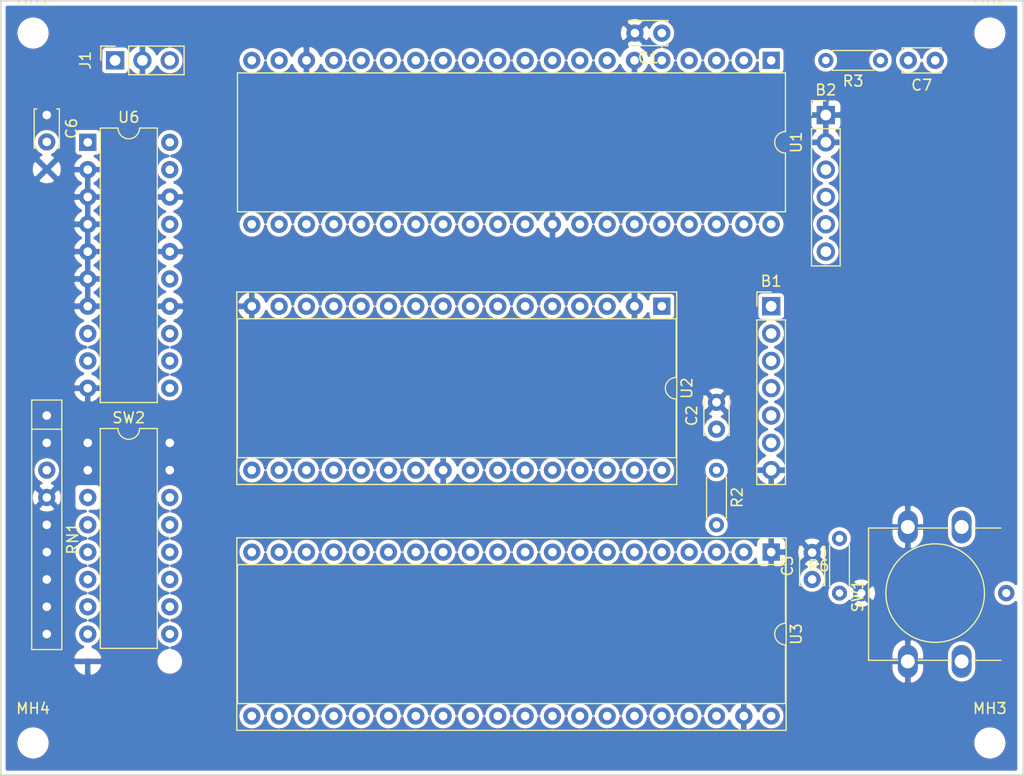
<source format=kicad_pcb>
(kicad_pcb (version 20171130) (host pcbnew 5.1.6+dfsg1-1)
  (layers (0 F.Cu signal hide) (31 B.Cu signal hide) (34 B.Paste user) (35 F.Paste user) (36 B.SilkS user) (37 F.SilkS user) (38 B.Mask user) (39 F.Mask user) (44 Edge.Cuts user))
  (net 0 "")
  (net 1 GND)
  (net 2 /A13)
  (net 3 VCC)
  (net 4 /A14)
  (net 5 /A15)
  (net 6 /D7)
  (net 7 /D6)
  (net 8 /D5)
  (net 9 /D4)
  (net 10 /A0)
  (net 11 /D3)
  (net 12 /A1)
  (net 13 /D2)
  (net 14 /A2)
  (net 15 /D1)
  (net 16 /A3)
  (net 17 /D0)
  (net 18 /A4)
  (net 19 /A5)
  (net 20 /A6)
  (net 21 /A7)
  (net 22 /A8)
  (net 23 /A9)
  (net 24 /A10)
  (net 25 /A11)
  (net 26 /A12)
  (net 27 /BS)
  (net 28 /BA)
  (net 29 /AVMA)
  (net 30 /LIC)
  (net 31 /SD_DI)
  (net 32 /SD_DO)
  (net 33 /SD_SCK)
  (net 34 /RD_WR)
  (net 35 /DBG_RX)
  (net 36 /DBG_TX)
  (net 37 /~USR_SW~)
  (net 38 "Net-(B2-Pad6)")
  (net 39 "Net-(J1-Pad1)")
  (net 40 "Net-(R6-Pad1)")
  (net 41 /~SD_CS~)
  (net 42 /~RAM_E~)
  (net 43 /~HALT~)
  (net 44 /~RESET~)
  (net 45 /~NMI~)
  (net 46 /~IRQ~)
  (net 47 /~DBG_RESET~)
  (net 48 "Net-(R2-Pad2)")
  (net 49 /USR_LED)
  (net 50 /BUSY)
  (net 51 /E_CLK)
  (net 52 /~IOR~)
  (net 53 /Q_CLK)
  (net 54 "Net-(RN1-Pad9)")
  (net 55 "Net-(RN1-Pad8)")
  (net 56 "Net-(RN1-Pad7)")
  (net 57 "Net-(RN1-Pad6)")
  (net 58 "Net-(RN1-Pad5)")
  (net 59 "Net-(RN1-Pad4)")
  (net 60 "Net-(RN1-Pad3)")
  (net 61 "Net-(RN1-Pad2)")
  (module Package_DIP:DIP-16_W7.62mm (layer F.Cu) (at 106.08 108.1)
    (fp_text reference SW2 (at 3.81 -2.33) (layer F.SilkS))
    (fp_text value SW_DIP_x08)
    (fp_line (start 2.81 -1.33) (end 1.16 -1.33) (layer F.SilkS) (width 0.12))
    (fp_line (start 1.16 -1.33) (end 1.16 19.11) (layer F.SilkS) (width 0.12))
    (fp_line (start 1.16 19.11) (end 6.46 19.11) (layer F.SilkS) (width 0.12))
    (fp_line (start 6.46 19.11) (end 6.46 -1.33) (layer F.SilkS) (width 0.12))
    (fp_line (start 6.46 -1.33) (end 4.81 -1.33) (layer F.SilkS) (width 0.12))
    (fp_arc (start 3.81 -1.33) (end 2.81 -1.33) (angle -180) (layer F.SilkS) (width 0.12))
    (pad 16 thru_hole oval (at 7.62 0) (size 1.6 1.6) (drill 0.8) (layers *.Cu *.Mask) (net 1 GND))
    (pad 8 thru_hole oval (at 0 17.78) (size 1.6 1.6) (drill 0.8) (layers *.Cu *.Mask) (net 54 "Net-(RN1-Pad9)"))
    (pad 15 thru_hole oval (at 7.62 2.54) (size 1.6 1.6) (drill 0.8) (layers *.Cu *.Mask) (net 1 GND))
    (pad 7 thru_hole oval (at 0 15.24) (size 1.6 1.6) (drill 0.8) (layers *.Cu *.Mask) (net 55 "Net-(RN1-Pad8)"))
    (pad 14 thru_hole oval (at 7.62 5.08) (size 1.6 1.6) (drill 0.8) (layers *.Cu *.Mask) (net 1 GND))
    (pad 6 thru_hole oval (at 0 12.7) (size 1.6 1.6) (drill 0.8) (layers *.Cu *.Mask) (net 56 "Net-(RN1-Pad7)"))
    (pad 13 thru_hole oval (at 7.62 7.62) (size 1.6 1.6) (drill 0.8) (layers *.Cu *.Mask) (net 1 GND))
    (pad 5 thru_hole oval (at 0 10.16) (size 1.6 1.6) (drill 0.8) (layers *.Cu *.Mask) (net 57 "Net-(RN1-Pad6)"))
    (pad 12 thru_hole oval (at 7.62 10.16) (size 1.6 1.6) (drill 0.8) (layers *.Cu *.Mask) (net 1 GND))
    (pad 4 thru_hole oval (at 0 7.62) (size 1.6 1.6) (drill 0.8) (layers *.Cu *.Mask) (net 58 "Net-(RN1-Pad5)"))
    (pad 11 thru_hole oval (at 7.62 12.7) (size 1.6 1.6) (drill 0.8) (layers *.Cu *.Mask) (net 1 GND))
    (pad 3 thru_hole oval (at 0 5.08) (size 1.6 1.6) (drill 0.8) (layers *.Cu *.Mask) (net 59 "Net-(RN1-Pad4)"))
    (pad 10 thru_hole oval (at 7.62 15.24) (size 1.6 1.6) (drill 0.8) (layers *.Cu *.Mask) (net 1 GND))
    (pad 2 thru_hole oval (at 0 2.54) (size 1.6 1.6) (drill 0.8) (layers *.Cu *.Mask) (net 60 "Net-(RN1-Pad3)"))
    (pad 9 thru_hole oval (at 7.62 17.78) (size 1.6 1.6) (drill 0.8) (layers *.Cu *.Mask) (net 1 GND))
    (pad 1 thru_hole rect (at 0 0) (size 1.6 1.6) (drill 0.8) (layers *.Cu *.Mask) (net 61 "Net-(RN1-Pad2)"))
  )
  (module Resistor_THT:R_Array_SIP9 (layer F.Cu) (at 102.27 105.56 270)
    (fp_text reference RN1 (at 11.43 -2.4 90) (layer F.SilkS))
    (fp_text value 100k)
    (fp_line (start 1.27 -1.4) (end 1.27 1.4) (layer F.SilkS) (width 0.12))
    (fp_line (start 21.76 -1.4) (end -1.44 -1.4) (layer F.SilkS) (width 0.12))
    (fp_line (start 21.76 1.4) (end 21.76 -1.4) (layer F.SilkS) (width 0.12))
    (fp_line (start -1.44 1.4) (end 21.76 1.4) (layer F.SilkS) (width 0.12))
    (fp_line (start -1.44 -1.4) (end -1.44 1.4) (layer F.SilkS) (width 0.12))
    (pad 9 thru_hole oval (at 20.32 0 270) (size 1.6 1.6) (drill 0.8) (layers *.Cu *.Mask) (net 54 "Net-(RN1-Pad9)"))
    (pad 8 thru_hole oval (at 17.78 0 270) (size 1.6 1.6) (drill 0.8) (layers *.Cu *.Mask) (net 55 "Net-(RN1-Pad8)"))
    (pad 7 thru_hole oval (at 15.24 0 270) (size 1.6 1.6) (drill 0.8) (layers *.Cu *.Mask) (net 56 "Net-(RN1-Pad7)"))
    (pad 6 thru_hole oval (at 12.7 0 270) (size 1.6 1.6) (drill 0.8) (layers *.Cu *.Mask) (net 57 "Net-(RN1-Pad6)"))
    (pad 5 thru_hole oval (at 10.16 0 270) (size 1.6 1.6) (drill 0.8) (layers *.Cu *.Mask) (net 58 "Net-(RN1-Pad5)"))
    (pad 4 thru_hole oval (at 7.62 0 270) (size 1.6 1.6) (drill 0.8) (layers *.Cu *.Mask) (net 59 "Net-(RN1-Pad4)"))
    (pad 3 thru_hole oval (at 5.08 0 270) (size 1.6 1.6) (drill 0.8) (layers *.Cu *.Mask) (net 60 "Net-(RN1-Pad3)"))
    (pad 2 thru_hole oval (at 2.54 0 270) (size 1.6 1.6) (drill 0.8) (layers *.Cu *.Mask) (net 61 "Net-(RN1-Pad2)"))
    (pad 1 thru_hole rect (at 0 0 270) (size 1.6 1.6) (drill 0.8) (layers *.Cu *.Mask) (net 3 VCC))
  )
  (module Package_DIP:DIP-20_W7.62mm (layer F.Cu) (at 106.08 80.16)
    (fp_text reference U6 (at 3.81 -2.33) (layer F.SilkS))
    (fp_text value CD74HCT688)
    (fp_line (start 2.81 -1.33) (end 1.16 -1.33) (layer F.SilkS) (width 0.12))
    (fp_line (start 1.16 -1.33) (end 1.16 24.19) (layer F.SilkS) (width 0.12))
    (fp_line (start 1.16 24.19) (end 6.46 24.19) (layer F.SilkS) (width 0.12))
    (fp_line (start 6.46 24.19) (end 6.46 -1.33) (layer F.SilkS) (width 0.12))
    (fp_line (start 6.46 -1.33) (end 4.81 -1.33) (layer F.SilkS) (width 0.12))
    (fp_arc (start 3.81 -1.33) (end 2.81 -1.33) (angle -180) (layer F.SilkS) (width 0.12))
    (pad 20 thru_hole oval (at 7.62 0) (size 1.6 1.6) (drill 0.8) (layers *.Cu *.Mask) (net 3 VCC))
    (pad 10 thru_hole oval (at 0 22.86) (size 1.6 1.6) (drill 0.8) (layers *.Cu *.Mask) (net 1 GND))
    (pad 19 thru_hole oval (at 7.62 2.54) (size 1.6 1.6) (drill 0.8) (layers *.Cu *.Mask) (net 52 /~IOR~))
    (pad 9 thru_hole oval (at 0 20.32) (size 1.6 1.6) (drill 0.8) (layers *.Cu *.Mask) (net 58 "Net-(RN1-Pad5)"))
    (pad 18 thru_hole oval (at 7.62 5.08) (size 1.6 1.6) (drill 0.8) (layers *.Cu *.Mask) (net 54 "Net-(RN1-Pad9)"))
    (pad 8 thru_hole oval (at 0 17.78) (size 1.6 1.6) (drill 0.8) (layers *.Cu *.Mask) (net 25 /A11))
    (pad 17 thru_hole oval (at 7.62 7.62) (size 1.6 1.6) (drill 0.8) (layers *.Cu *.Mask) (net 5 /A15))
    (pad 7 thru_hole oval (at 0 15.24) (size 1.6 1.6) (drill 0.8) (layers *.Cu *.Mask) (net 59 "Net-(RN1-Pad4)"))
    (pad 16 thru_hole oval (at 7.62 10.16) (size 1.6 1.6) (drill 0.8) (layers *.Cu *.Mask) (net 55 "Net-(RN1-Pad8)"))
    (pad 6 thru_hole oval (at 0 12.7) (size 1.6 1.6) (drill 0.8) (layers *.Cu *.Mask) (net 24 /A10))
    (pad 15 thru_hole oval (at 7.62 12.7) (size 1.6 1.6) (drill 0.8) (layers *.Cu *.Mask) (net 4 /A14))
    (pad 5 thru_hole oval (at 0 10.16) (size 1.6 1.6) (drill 0.8) (layers *.Cu *.Mask) (net 60 "Net-(RN1-Pad3)"))
    (pad 14 thru_hole oval (at 7.62 15.24) (size 1.6 1.6) (drill 0.8) (layers *.Cu *.Mask) (net 56 "Net-(RN1-Pad7)"))
    (pad 4 thru_hole oval (at 0 7.62) (size 1.6 1.6) (drill 0.8) (layers *.Cu *.Mask) (net 23 /A9))
    (pad 13 thru_hole oval (at 7.62 17.78) (size 1.6 1.6) (drill 0.8) (layers *.Cu *.Mask) (net 2 /A13))
    (pad 3 thru_hole oval (at 0 5.08) (size 1.6 1.6) (drill 0.8) (layers *.Cu *.Mask) (net 61 "Net-(RN1-Pad2)"))
    (pad 12 thru_hole oval (at 7.62 20.32) (size 1.6 1.6) (drill 0.8) (layers *.Cu *.Mask) (net 57 "Net-(RN1-Pad6)"))
    (pad 2 thru_hole oval (at 0 2.54) (size 1.6 1.6) (drill 0.8) (layers *.Cu *.Mask) (net 22 /A8))
    (pad 11 thru_hole oval (at 7.62 22.86) (size 1.6 1.6) (drill 0.8) (layers *.Cu *.Mask) (net 26 /A12))
    (pad 1 thru_hole rect (at 0 0) (size 1.6 1.6) (drill 0.8) (layers *.Cu *.Mask) (net 1 GND))
  )
  (module Capacitor_THT:C_Disc_D3.4mm_W2.1mm_P2.50mm (layer F.Cu) (at 102.27 77.62 270)
    (fp_text reference C6 (at 1.25 -2.3 90) (layer F.SilkS))
    (fp_text value 0.1u)
    (fp_line (start -0.57 -1.17) (end 3.07 -1.17) (layer F.SilkS) (width 0.12))
    (fp_line (start -0.57 1.17) (end 3.07 1.17) (layer F.SilkS) (width 0.12))
    (fp_line (start -0.57 -1.17) (end -0.57 -0.925) (layer F.SilkS) (width 0.12))
    (fp_line (start -0.57 0.925) (end -0.57 1.17) (layer F.SilkS) (width 0.12))
    (fp_line (start 3.07 -1.17) (end 3.07 -0.925) (layer F.SilkS) (width 0.12))
    (fp_line (start 3.07 0.925) (end 3.07 1.17) (layer F.SilkS) (width 0.12))
    (pad 2 thru_hole circle (at 2.5 0 270) (size 1.6 1.6) (drill 0.8) (layers *.Cu *.Mask) (net 1 GND))
    (pad 1 thru_hole circle (at 0 0 270) (size 1.6 1.6) (drill 0.8) (layers *.Cu *.Mask) (net 3 VCC))
  )
  (module 0-LocalLibrary:SW_PUSH-LED-12mm (layer F.Cu) (at 182.28 128.42 90)
    (fp_text reference SW1 (at 6.08 -4.66 90) (layer F.SilkS))
    (fp_text value TSD1265)
    (fp_line (start 0.1 -3.65) (end 12.4 -3.65) (layer F.SilkS) (width 0.12))
    (fp_line (start 12.4 0.93) (end 12.4 4.07) (layer F.SilkS) (width 0.12))
    (fp_line (start 0.1 -0.93) (end 0.1 -3.65) (layer F.SilkS) (width 0.12))
    (fp_circle (center 6.35 2.54) (end 10.16 5.08) (layer F.SilkS) (width 0.12))
    (fp_line (start 0.1 8.65) (end 0.1 5.93) (layer F.SilkS) (width 0.12))
    (fp_line (start 0.1 4.07) (end 0.1 0.93) (layer F.SilkS) (width 0.12))
    (fp_line (start 12.4 5.93) (end 12.4 8.65) (layer F.SilkS) (width 0.12))
    (fp_line (start 12.4 -3.65) (end 12.4 -0.93) (layer F.SilkS) (width 0.12))
    (pad 4 thru_hole circle (at 6.35 9.144 90) (size 1.524 1.524) (drill 0.762) (layers *.Cu *.Mask) (net 40 "Net-(R6-Pad1)"))
    (pad 3 thru_hole circle (at 6.35 -4.318 90) (size 1.524 1.524) (drill 0.762) (layers *.Cu *.Mask) (net 1 GND))
    (pad 1 thru_hole oval (at 12.5 0 90) (size 3.048 1.85) (drill 1.3) (layers *.Cu *.Mask) (net 1 GND))
    (pad 2 thru_hole oval (at 12.5 5 90) (size 3.048 1.85) (drill 1.3) (layers *.Cu *.Mask) (net 37 /~USR_SW~))
    (pad 1 thru_hole oval (at 0 0 90) (size 3.048 1.85) (drill 1.3) (layers *.Cu *.Mask) (net 1 GND))
    (pad 2 thru_hole oval (at 0 5 90) (size 3.048 1.85) (drill 1.3) (layers *.Cu *.Mask) (net 37 /~USR_SW~))
  )
  (module 0-LocalLibrary:GY232V2 (layer F.Cu) (at 174.66 77.62)
    (fp_text reference B2 (at 0 -2.33) (layer F.SilkS))
    (fp_text value USB_Serial)
    (fp_line (start -1.33 14.03) (end 1.33 14.03) (layer F.SilkS) (width 0.12))
    (fp_line (start -1.33 1.27) (end -1.33 14.03) (layer F.SilkS) (width 0.12))
    (fp_line (start 1.33 1.27) (end 1.33 14.03) (layer F.SilkS) (width 0.12))
    (fp_line (start -1.33 1.27) (end 1.33 1.27) (layer F.SilkS) (width 0.12))
    (fp_line (start -1.33 0) (end -1.33 -1.33) (layer F.SilkS) (width 0.12))
    (fp_line (start -1.33 -1.33) (end 0 -1.33) (layer F.SilkS) (width 0.12))
    (pad 1 thru_hole rect (at 0 0) (size 1.7 1.7) (drill 1) (layers *.Cu *.Mask) (net 1 GND))
    (pad 2 thru_hole oval (at 0 2.54) (size 1.7 1.7) (drill 1) (layers *.Cu *.Mask) (net 1 GND))
    (pad 3 thru_hole oval (at 0 5.08) (size 1.7 1.7) (drill 1) (layers *.Cu *.Mask) (net 3 VCC))
    (pad 4 thru_hole oval (at 0 7.62) (size 1.7 1.7) (drill 1) (layers *.Cu *.Mask) (net 35 /DBG_RX))
    (pad 5 thru_hole oval (at 0 10.16) (size 1.7 1.7) (drill 1) (layers *.Cu *.Mask) (net 36 /DBG_TX))
    (pad 6 thru_hole oval (at 0 12.7) (size 1.7 1.7) (drill 1) (layers *.Cu *.Mask) (net 38 "Net-(B2-Pad6)"))
  )
  (module 0-LocalLibrary:uSD_CARD (layer F.Cu) (at 169.58 95.4)
    (fp_text reference B1 (at 0 -2.33) (layer F.SilkS))
    (fp_text value Micro_SD)
    (fp_line (start -1.33 16.57) (end 1.33 16.57) (layer F.SilkS) (width 0.12))
    (fp_line (start -1.33 1.27) (end -1.33 16.57) (layer F.SilkS) (width 0.12))
    (fp_line (start 1.33 1.27) (end 1.33 16.57) (layer F.SilkS) (width 0.12))
    (fp_line (start -1.33 1.27) (end 1.33 1.27) (layer F.SilkS) (width 0.12))
    (fp_line (start -1.33 0) (end -1.33 -1.33) (layer F.SilkS) (width 0.12))
    (fp_line (start -1.33 -1.33) (end 0 -1.33) (layer F.SilkS) (width 0.12))
    (pad 1 thru_hole rect (at 0 0) (size 1.7 1.7) (drill 1) (layers *.Cu *.Mask) (net 3 VCC))
    (pad 2 thru_hole oval (at 0 2.54) (size 1.7 1.7) (drill 1) (layers *.Cu *.Mask) (net 41 /~SD_CS~))
    (pad 3 thru_hole oval (at 0 5.08) (size 1.7 1.7) (drill 1) (layers *.Cu *.Mask) (net 31 /SD_DI))
    (pad 4 thru_hole oval (at 0 7.62) (size 1.7 1.7) (drill 1) (layers *.Cu *.Mask) (net 33 /SD_SCK))
    (pad 5 thru_hole oval (at 0 10.16) (size 1.7 1.7) (drill 1) (layers *.Cu *.Mask) (net 32 /SD_DO))
    (pad 6 thru_hole oval (at 0 12.7) (size 1.7 1.7) (drill 1) (layers *.Cu *.Mask))
    (pad 7 thru_hole oval (at 0 15.24) (size 1.7 1.7) (drill 1) (layers *.Cu *.Mask) (net 1 GND))
  )
  (module Capacitor_THT:C_Disc_D3.4mm_W2.1mm_P2.50mm (layer F.Cu) (at 184.82 72.54 180)
    (fp_text reference C7 (at 1.25 -2.3) (layer F.SilkS))
    (fp_text value 0.1u)
    (fp_line (start 3.07 0.925) (end 3.07 1.17) (layer F.SilkS) (width 0.12))
    (fp_line (start 3.07 -1.17) (end 3.07 -0.925) (layer F.SilkS) (width 0.12))
    (fp_line (start -0.57 0.925) (end -0.57 1.17) (layer F.SilkS) (width 0.12))
    (fp_line (start -0.57 -1.17) (end -0.57 -0.925) (layer F.SilkS) (width 0.12))
    (fp_line (start -0.57 1.17) (end 3.07 1.17) (layer F.SilkS) (width 0.12))
    (fp_line (start -0.57 -1.17) (end 3.07 -1.17) (layer F.SilkS) (width 0.12))
    (pad 2 thru_hole circle (at 2.5 0 180) (size 1.6 1.6) (drill 0.8) (layers *.Cu *.Mask) (net 47 /~DBG_RESET~))
    (pad 1 thru_hole circle (at 0 0 180) (size 1.6 1.6) (drill 0.8) (layers *.Cu *.Mask) (net 38 "Net-(B2-Pad6)"))
  )
  (module Capacitor_THT:C_Disc_D3.4mm_W2.1mm_P2.50mm (layer F.Cu) (at 173.39 120.8 90)
    (fp_text reference C3 (at 1.25 -2.3 90) (layer F.SilkS))
    (fp_text value 0.1u)
    (fp_line (start 3.07 0.925) (end 3.07 1.17) (layer F.SilkS) (width 0.12))
    (fp_line (start 3.07 -1.17) (end 3.07 -0.925) (layer F.SilkS) (width 0.12))
    (fp_line (start -0.57 0.925) (end -0.57 1.17) (layer F.SilkS) (width 0.12))
    (fp_line (start -0.57 -1.17) (end -0.57 -0.925) (layer F.SilkS) (width 0.12))
    (fp_line (start -0.57 1.17) (end 3.07 1.17) (layer F.SilkS) (width 0.12))
    (fp_line (start -0.57 -1.17) (end 3.07 -1.17) (layer F.SilkS) (width 0.12))
    (pad 2 thru_hole circle (at 2.5 0 90) (size 1.6 1.6) (drill 0.8) (layers *.Cu *.Mask) (net 1 GND))
    (pad 1 thru_hole circle (at 0 0 90) (size 1.6 1.6) (drill 0.8) (layers *.Cu *.Mask) (net 3 VCC))
  )
  (module Capacitor_THT:C_Disc_D3.4mm_W2.1mm_P2.50mm (layer F.Cu) (at 164.5 106.83 90)
    (fp_text reference C2 (at 1.25 -2.3 90) (layer F.SilkS))
    (fp_text value 0.1u)
    (fp_line (start 3.07 0.925) (end 3.07 1.17) (layer F.SilkS) (width 0.12))
    (fp_line (start 3.07 -1.17) (end 3.07 -0.925) (layer F.SilkS) (width 0.12))
    (fp_line (start -0.57 0.925) (end -0.57 1.17) (layer F.SilkS) (width 0.12))
    (fp_line (start -0.57 -1.17) (end -0.57 -0.925) (layer F.SilkS) (width 0.12))
    (fp_line (start -0.57 1.17) (end 3.07 1.17) (layer F.SilkS) (width 0.12))
    (fp_line (start -0.57 -1.17) (end 3.07 -1.17) (layer F.SilkS) (width 0.12))
    (pad 2 thru_hole circle (at 2.5 0 90) (size 1.6 1.6) (drill 0.8) (layers *.Cu *.Mask) (net 1 GND))
    (pad 1 thru_hole circle (at 0 0 90) (size 1.6 1.6) (drill 0.8) (layers *.Cu *.Mask) (net 3 VCC))
  )
  (module Capacitor_THT:C_Disc_D3.4mm_W2.1mm_P2.50mm (layer F.Cu) (at 159.42 70 180)
    (fp_text reference C1 (at 1.25 -2.3) (layer F.SilkS))
    (fp_text value 0.1u)
    (fp_line (start 3.07 0.925) (end 3.07 1.17) (layer F.SilkS) (width 0.12))
    (fp_line (start 3.07 -1.17) (end 3.07 -0.925) (layer F.SilkS) (width 0.12))
    (fp_line (start -0.57 0.925) (end -0.57 1.17) (layer F.SilkS) (width 0.12))
    (fp_line (start -0.57 -1.17) (end -0.57 -0.925) (layer F.SilkS) (width 0.12))
    (fp_line (start -0.57 1.17) (end 3.07 1.17) (layer F.SilkS) (width 0.12))
    (fp_line (start -0.57 -1.17) (end 3.07 -1.17) (layer F.SilkS) (width 0.12))
    (pad 2 thru_hole circle (at 2.5 0 180) (size 1.6 1.6) (drill 0.8) (layers *.Cu *.Mask) (net 1 GND))
    (pad 1 thru_hole circle (at 0 0 180) (size 1.6 1.6) (drill 0.8) (layers *.Cu *.Mask) (net 3 VCC))
  )
  (module MountingHole:MountingHole_2.2mm_M2 (layer F.Cu) (at 101 70)
    (fp_text reference MH1 (at 0 -3.2) (layer F.SilkS))
    (fp_text value MountingHole_2.2mm_M2)
    (pad 1 np_thru_hole circle (at 0 0) (size 2.2 2.2) (drill 2.2) (layers *.Cu *.Mask))
  )
  (module MountingHole:MountingHole_2.2mm_M2 (layer F.Cu) (at 101 136)
    (fp_text reference MH4 (at 0 -3.2) (layer F.SilkS))
    (fp_text value MountingHole_2.2mm_M2)
    (pad 1 np_thru_hole circle (at 0 0) (size 2.2 2.2) (drill 2.2) (layers *.Cu *.Mask))
  )
  (module MountingHole:MountingHole_2.2mm_M2 (layer F.Cu) (at 189.9 136)
    (fp_text reference MH3 (at 0 -3.2) (layer F.SilkS))
    (fp_text value MountingHole_2.2mm_M2)
    (pad 1 np_thru_hole circle (at 0 0) (size 2.2 2.2) (drill 2.2) (layers *.Cu *.Mask))
  )
  (module Package_DIP:DIP-40_W15.24mm (layer F.Cu) (at 169.58 72.54 270)
    (fp_text reference U1 (at 7.62 -2.33 90) (layer F.SilkS))
    (fp_text value ATmega4809-P)
    (fp_line (start 14.08 -1.33) (end 8.62 -1.33) (layer F.SilkS) (width 0.12))
    (fp_line (start 14.08 49.59) (end 14.08 -1.33) (layer F.SilkS) (width 0.12))
    (fp_line (start 1.16 49.59) (end 14.08 49.59) (layer F.SilkS) (width 0.12))
    (fp_line (start 1.16 -1.33) (end 1.16 49.59) (layer F.SilkS) (width 0.12))
    (fp_line (start 6.62 -1.33) (end 1.16 -1.33) (layer F.SilkS) (width 0.12))
    (fp_arc (start 7.62 -1.33) (end 6.62 -1.33) (angle -180) (layer F.SilkS) (width 0.12))
    (pad 40 thru_hole oval (at 15.24 0 270) (size 1.6 1.6) (drill 0.8) (layers *.Cu *.Mask) (net 6 /D7))
    (pad 20 thru_hole oval (at 0 48.26 270) (size 1.6 1.6) (drill 0.8) (layers *.Cu *.Mask) (net 32 /SD_DO))
    (pad 39 thru_hole oval (at 15.24 2.54 270) (size 1.6 1.6) (drill 0.8) (layers *.Cu *.Mask) (net 7 /D6))
    (pad 19 thru_hole oval (at 0 45.72 270) (size 1.6 1.6) (drill 0.8) (layers *.Cu *.Mask) (net 31 /SD_DI))
    (pad 38 thru_hole oval (at 15.24 5.08 270) (size 1.6 1.6) (drill 0.8) (layers *.Cu *.Mask) (net 8 /D5))
    (pad 18 thru_hole oval (at 0 43.18 270) (size 1.6 1.6) (drill 0.8) (layers *.Cu *.Mask) (net 1 GND))
    (pad 37 thru_hole oval (at 15.24 7.62 270) (size 1.6 1.6) (drill 0.8) (layers *.Cu *.Mask) (net 9 /D4))
    (pad 17 thru_hole oval (at 0 40.64 270) (size 1.6 1.6) (drill 0.8) (layers *.Cu *.Mask) (net 3 VCC))
    (pad 36 thru_hole oval (at 15.24 10.16 270) (size 1.6 1.6) (drill 0.8) (layers *.Cu *.Mask) (net 11 /D3))
    (pad 16 thru_hole oval (at 0 38.1 270) (size 1.6 1.6) (drill 0.8) (layers *.Cu *.Mask) (net 50 /BUSY))
    (pad 35 thru_hole oval (at 15.24 12.7 270) (size 1.6 1.6) (drill 0.8) (layers *.Cu *.Mask) (net 13 /D2))
    (pad 15 thru_hole oval (at 0 35.56 270) (size 1.6 1.6) (drill 0.8) (layers *.Cu *.Mask) (net 43 /~HALT~))
    (pad 34 thru_hole oval (at 15.24 15.24 270) (size 1.6 1.6) (drill 0.8) (layers *.Cu *.Mask) (net 15 /D1))
    (pad 14 thru_hole oval (at 0 33.02 270) (size 1.6 1.6) (drill 0.8) (layers *.Cu *.Mask) (net 28 /BA))
    (pad 33 thru_hole oval (at 15.24 17.78 270) (size 1.6 1.6) (drill 0.8) (layers *.Cu *.Mask) (net 17 /D0))
    (pad 13 thru_hole oval (at 0 30.48 270) (size 1.6 1.6) (drill 0.8) (layers *.Cu *.Mask) (net 27 /BS))
    (pad 32 thru_hole oval (at 15.24 20.32 270) (size 1.6 1.6) (drill 0.8) (layers *.Cu *.Mask) (net 1 GND))
    (pad 12 thru_hole oval (at 0 27.94 270) (size 1.6 1.6) (drill 0.8) (layers *.Cu *.Mask) (net 29 /AVMA))
    (pad 31 thru_hole oval (at 15.24 22.86 270) (size 1.6 1.6) (drill 0.8) (layers *.Cu *.Mask) (net 3 VCC))
    (pad 11 thru_hole oval (at 0 25.4 270) (size 1.6 1.6) (drill 0.8) (layers *.Cu *.Mask) (net 34 /RD_WR))
    (pad 30 thru_hole oval (at 15.24 25.4 270) (size 1.6 1.6) (drill 0.8) (layers *.Cu *.Mask) (net 39 "Net-(J1-Pad1)"))
    (pad 10 thru_hole oval (at 0 22.86 270) (size 1.6 1.6) (drill 0.8) (layers *.Cu *.Mask) (net 30 /LIC))
    (pad 29 thru_hole oval (at 15.24 27.94 270) (size 1.6 1.6) (drill 0.8) (layers *.Cu *.Mask) (net 47 /~DBG_RESET~))
    (pad 9 thru_hole oval (at 0 20.32 270) (size 1.6 1.6) (drill 0.8) (layers *.Cu *.Mask) (net 44 /~RESET~))
    (pad 28 thru_hole oval (at 15.24 30.48 270) (size 1.6 1.6) (drill 0.8) (layers *.Cu *.Mask) (net 37 /~USR_SW~))
    (pad 8 thru_hole oval (at 0 17.78 270) (size 1.6 1.6) (drill 0.8) (layers *.Cu *.Mask) (net 12 /A1))
    (pad 27 thru_hole oval (at 15.24 33.02 270) (size 1.6 1.6) (drill 0.8) (layers *.Cu *.Mask) (net 49 /USR_LED))
    (pad 7 thru_hole oval (at 0 15.24 270) (size 1.6 1.6) (drill 0.8) (layers *.Cu *.Mask) (net 10 /A0))
    (pad 26 thru_hole oval (at 15.24 35.56 270) (size 1.6 1.6) (drill 0.8) (layers *.Cu *.Mask) (net 52 /~IOR~))
    (pad 6 thru_hole oval (at 0 12.7 270) (size 1.6 1.6) (drill 0.8) (layers *.Cu *.Mask) (net 1 GND))
    (pad 25 thru_hole oval (at 15.24 38.1 270) (size 1.6 1.6) (drill 0.8) (layers *.Cu *.Mask) (net 51 /E_CLK))
    (pad 5 thru_hole oval (at 0 10.16 270) (size 1.6 1.6) (drill 0.8) (layers *.Cu *.Mask) (net 3 VCC))
    (pad 24 thru_hole oval (at 15.24 40.64 270) (size 1.6 1.6) (drill 0.8) (layers *.Cu *.Mask) (net 45 /~NMI~))
    (pad 4 thru_hole oval (at 0 7.62 270) (size 1.6 1.6) (drill 0.8) (layers *.Cu *.Mask) (net 42 /~RAM_E~))
    (pad 23 thru_hole oval (at 15.24 43.18 270) (size 1.6 1.6) (drill 0.8) (layers *.Cu *.Mask) (net 46 /~IRQ~))
    (pad 3 thru_hole oval (at 0 5.08 270) (size 1.6 1.6) (drill 0.8) (layers *.Cu *.Mask) (net 53 /Q_CLK))
    (pad 22 thru_hole oval (at 15.24 45.72 270) (size 1.6 1.6) (drill 0.8) (layers *.Cu *.Mask) (net 41 /~SD_CS~))
    (pad 2 thru_hole oval (at 0 2.54 270) (size 1.6 1.6) (drill 0.8) (layers *.Cu *.Mask) (net 36 /DBG_TX))
    (pad 21 thru_hole oval (at 15.24 48.26 270) (size 1.6 1.6) (drill 0.8) (layers *.Cu *.Mask) (net 33 /SD_SCK))
    (pad 1 thru_hole rect (at 0 0 270) (size 1.6 1.6) (drill 0.8) (layers *.Cu *.Mask) (net 35 /DBG_RX))
  )
  (module MountingHole:MountingHole_2.2mm_M2 (layer F.Cu) (at 189.9 70)
    (fp_text reference MH2 (at 0 -3.2) (layer F.SilkS))
    (fp_text value MountingHole_2.2mm_M2)
    (pad 1 np_thru_hole circle (at 0 0) (size 2.2 2.2) (drill 2.2) (layers *.Cu *.Mask))
  )
  (module Resistor_THT:R_Axial_DIN0204_L3.6mm_D1.6mm_P5.08mm_Horizontal (layer F.Cu) (at 175.93 122.07 90)
    (fp_text reference R6 (at 2.54 -1.92 180) (layer F.SilkS))
    (fp_text value 560)
    (fp_line (start 0.62 0.92) (end 4.46 0.92) (layer F.SilkS) (width 0.12))
    (fp_line (start 0.62 -0.92) (end 4.46 -0.92) (layer F.SilkS) (width 0.12))
    (pad 2 thru_hole oval (at 5.08 0 90) (size 1.4 1.4) (drill 0.7) (layers *.Cu *.Mask) (net 49 /USR_LED))
    (pad 1 thru_hole circle (at 0 0 90) (size 1.4 1.4) (drill 0.7) (layers *.Cu *.Mask) (net 40 "Net-(R6-Pad1)"))
  )
  (module Resistor_THT:R_Axial_DIN0204_L3.6mm_D1.6mm_P5.08mm_Horizontal (layer F.Cu) (at 164.5 110.64 270)
    (fp_text reference R2 (at 2.54 -1.92 90) (layer F.SilkS))
    (fp_text value 10k)
    (fp_line (start 0.62 0.92) (end 4.46 0.92) (layer F.SilkS) (width 0.12))
    (fp_line (start 0.62 -0.92) (end 4.46 -0.92) (layer F.SilkS) (width 0.12))
    (pad 2 thru_hole oval (at 5.08 0 270) (size 1.4 1.4) (drill 0.7) (layers *.Cu *.Mask) (net 48 "Net-(R2-Pad2)"))
    (pad 1 thru_hole circle (at 0 0 270) (size 1.4 1.4) (drill 0.7) (layers *.Cu *.Mask) (net 3 VCC))
  )
  (module Resistor_THT:R_Axial_DIN0204_L3.6mm_D1.6mm_P5.08mm_Horizontal (layer F.Cu) (at 179.74 72.54 180)
    (fp_text reference R3 (at 2.54 -1.92) (layer F.SilkS))
    (fp_text value 10k)
    (fp_line (start 0.62 0.92) (end 4.46 0.92) (layer F.SilkS) (width 0.12))
    (fp_line (start 0.62 -0.92) (end 4.46 -0.92) (layer F.SilkS) (width 0.12))
    (pad 2 thru_hole oval (at 5.08 0 180) (size 1.4 1.4) (drill 0.7) (layers *.Cu *.Mask) (net 3 VCC))
    (pad 1 thru_hole circle (at 0 0 180) (size 1.4 1.4) (drill 0.7) (layers *.Cu *.Mask) (net 47 /~DBG_RESET~))
  )
  (module Connector_PinSocket_2.54mm:PinSocket_1x03_P2.54mm_Vertical (layer F.Cu) (at 108.62 72.54 90)
    (fp_text reference J1 (at 0 -2.77 90) (layer F.SilkS))
    (fp_text value Conn_AVR_UPDI)
    (fp_line (start 0 -1.33) (end 1.33 -1.33) (layer F.SilkS) (width 0.12))
    (fp_line (start 1.33 -1.33) (end 1.33 0) (layer F.SilkS) (width 0.12))
    (fp_line (start 1.33 1.27) (end 1.33 6.41) (layer F.SilkS) (width 0.12))
    (fp_line (start -1.33 6.41) (end 1.33 6.41) (layer F.SilkS) (width 0.12))
    (fp_line (start -1.33 1.27) (end -1.33 6.41) (layer F.SilkS) (width 0.12))
    (fp_line (start -1.33 1.27) (end 1.33 1.27) (layer F.SilkS) (width 0.12))
    (pad 3 thru_hole oval (at 0 5.08 90) (size 1.7 1.7) (drill 1) (layers *.Cu *.Mask) (net 3 VCC))
    (pad 2 thru_hole oval (at 0 2.54 90) (size 1.7 1.7) (drill 1) (layers *.Cu *.Mask) (net 1 GND))
    (pad 1 thru_hole rect (at 0 0 90) (size 1.7 1.7) (drill 1) (layers *.Cu *.Mask) (net 39 "Net-(J1-Pad1)"))
  )
  (module Package_DIP:DIP-40_W15.24mm_Socket (layer F.Cu) (at 169.58 118.26 270)
    (fp_text reference U3 (at 7.62 -2.33 90) (layer F.SilkS))
    (fp_text value HD63C09E)
    (fp_line (start 16.57 -1.39) (end -1.33 -1.39) (layer F.SilkS) (width 0.12))
    (fp_line (start 16.57 49.65) (end 16.57 -1.39) (layer F.SilkS) (width 0.12))
    (fp_line (start -1.33 49.65) (end 16.57 49.65) (layer F.SilkS) (width 0.12))
    (fp_line (start -1.33 -1.39) (end -1.33 49.65) (layer F.SilkS) (width 0.12))
    (fp_line (start 14.08 -1.33) (end 8.62 -1.33) (layer F.SilkS) (width 0.12))
    (fp_line (start 14.08 49.59) (end 14.08 -1.33) (layer F.SilkS) (width 0.12))
    (fp_line (start 1.16 49.59) (end 14.08 49.59) (layer F.SilkS) (width 0.12))
    (fp_line (start 1.16 -1.33) (end 1.16 49.59) (layer F.SilkS) (width 0.12))
    (fp_line (start 6.62 -1.33) (end 1.16 -1.33) (layer F.SilkS) (width 0.12))
    (fp_arc (start 7.62 -1.33) (end 6.62 -1.33) (angle -180) (layer F.SilkS) (width 0.12))
    (pad 40 thru_hole oval (at 15.24 0 270) (size 1.6 1.6) (drill 0.8) (layers *.Cu *.Mask) (net 43 /~HALT~))
    (pad 20 thru_hole oval (at 0 48.26 270) (size 1.6 1.6) (drill 0.8) (layers *.Cu *.Mask) (net 26 /A12))
    (pad 39 thru_hole oval (at 15.24 2.54 270) (size 1.6 1.6) (drill 0.8) (layers *.Cu *.Mask) (net 1 GND))
    (pad 19 thru_hole oval (at 0 45.72 270) (size 1.6 1.6) (drill 0.8) (layers *.Cu *.Mask) (net 25 /A11))
    (pad 38 thru_hole oval (at 15.24 5.08 270) (size 1.6 1.6) (drill 0.8) (layers *.Cu *.Mask) (net 30 /LIC))
    (pad 18 thru_hole oval (at 0 43.18 270) (size 1.6 1.6) (drill 0.8) (layers *.Cu *.Mask) (net 24 /A10))
    (pad 37 thru_hole oval (at 15.24 7.62 270) (size 1.6 1.6) (drill 0.8) (layers *.Cu *.Mask) (net 44 /~RESET~))
    (pad 17 thru_hole oval (at 0 40.64 270) (size 1.6 1.6) (drill 0.8) (layers *.Cu *.Mask) (net 23 /A9))
    (pad 36 thru_hole oval (at 15.24 10.16 270) (size 1.6 1.6) (drill 0.8) (layers *.Cu *.Mask) (net 29 /AVMA))
    (pad 16 thru_hole oval (at 0 38.1 270) (size 1.6 1.6) (drill 0.8) (layers *.Cu *.Mask) (net 22 /A8))
    (pad 35 thru_hole oval (at 15.24 12.7 270) (size 1.6 1.6) (drill 0.8) (layers *.Cu *.Mask) (net 53 /Q_CLK))
    (pad 15 thru_hole oval (at 0 35.56 270) (size 1.6 1.6) (drill 0.8) (layers *.Cu *.Mask) (net 21 /A7))
    (pad 34 thru_hole oval (at 15.24 15.24 270) (size 1.6 1.6) (drill 0.8) (layers *.Cu *.Mask) (net 51 /E_CLK))
    (pad 14 thru_hole oval (at 0 33.02 270) (size 1.6 1.6) (drill 0.8) (layers *.Cu *.Mask) (net 20 /A6))
    (pad 33 thru_hole oval (at 15.24 17.78 270) (size 1.6 1.6) (drill 0.8) (layers *.Cu *.Mask) (net 50 /BUSY))
    (pad 13 thru_hole oval (at 0 30.48 270) (size 1.6 1.6) (drill 0.8) (layers *.Cu *.Mask) (net 19 /A5))
    (pad 32 thru_hole oval (at 15.24 20.32 270) (size 1.6 1.6) (drill 0.8) (layers *.Cu *.Mask) (net 34 /RD_WR))
    (pad 12 thru_hole oval (at 0 27.94 270) (size 1.6 1.6) (drill 0.8) (layers *.Cu *.Mask) (net 18 /A4))
    (pad 31 thru_hole oval (at 15.24 22.86 270) (size 1.6 1.6) (drill 0.8) (layers *.Cu *.Mask) (net 17 /D0))
    (pad 11 thru_hole oval (at 0 25.4 270) (size 1.6 1.6) (drill 0.8) (layers *.Cu *.Mask) (net 16 /A3))
    (pad 30 thru_hole oval (at 15.24 25.4 270) (size 1.6 1.6) (drill 0.8) (layers *.Cu *.Mask) (net 15 /D1))
    (pad 10 thru_hole oval (at 0 22.86 270) (size 1.6 1.6) (drill 0.8) (layers *.Cu *.Mask) (net 14 /A2))
    (pad 29 thru_hole oval (at 15.24 27.94 270) (size 1.6 1.6) (drill 0.8) (layers *.Cu *.Mask) (net 13 /D2))
    (pad 9 thru_hole oval (at 0 20.32 270) (size 1.6 1.6) (drill 0.8) (layers *.Cu *.Mask) (net 12 /A1))
    (pad 28 thru_hole oval (at 15.24 30.48 270) (size 1.6 1.6) (drill 0.8) (layers *.Cu *.Mask) (net 11 /D3))
    (pad 8 thru_hole oval (at 0 17.78 270) (size 1.6 1.6) (drill 0.8) (layers *.Cu *.Mask) (net 10 /A0))
    (pad 27 thru_hole oval (at 15.24 33.02 270) (size 1.6 1.6) (drill 0.8) (layers *.Cu *.Mask) (net 9 /D4))
    (pad 7 thru_hole oval (at 0 15.24 270) (size 1.6 1.6) (drill 0.8) (layers *.Cu *.Mask) (net 3 VCC))
    (pad 26 thru_hole oval (at 15.24 35.56 270) (size 1.6 1.6) (drill 0.8) (layers *.Cu *.Mask) (net 8 /D5))
    (pad 6 thru_hole oval (at 0 12.7 270) (size 1.6 1.6) (drill 0.8) (layers *.Cu *.Mask) (net 28 /BA))
    (pad 25 thru_hole oval (at 15.24 38.1 270) (size 1.6 1.6) (drill 0.8) (layers *.Cu *.Mask) (net 7 /D6))
    (pad 5 thru_hole oval (at 0 10.16 270) (size 1.6 1.6) (drill 0.8) (layers *.Cu *.Mask) (net 27 /BS))
    (pad 24 thru_hole oval (at 15.24 40.64 270) (size 1.6 1.6) (drill 0.8) (layers *.Cu *.Mask) (net 6 /D7))
    (pad 4 thru_hole oval (at 0 7.62 270) (size 1.6 1.6) (drill 0.8) (layers *.Cu *.Mask) (net 48 "Net-(R2-Pad2)"))
    (pad 23 thru_hole oval (at 15.24 43.18 270) (size 1.6 1.6) (drill 0.8) (layers *.Cu *.Mask) (net 5 /A15))
    (pad 3 thru_hole oval (at 0 5.08 270) (size 1.6 1.6) (drill 0.8) (layers *.Cu *.Mask) (net 46 /~IRQ~))
    (pad 22 thru_hole oval (at 15.24 45.72 270) (size 1.6 1.6) (drill 0.8) (layers *.Cu *.Mask) (net 4 /A14))
    (pad 2 thru_hole oval (at 0 2.54 270) (size 1.6 1.6) (drill 0.8) (layers *.Cu *.Mask) (net 45 /~NMI~))
    (pad 21 thru_hole oval (at 15.24 48.26 270) (size 1.6 1.6) (drill 0.8) (layers *.Cu *.Mask) (net 2 /A13))
    (pad 1 thru_hole rect (at 0 0 270) (size 1.6 1.6) (drill 0.8) (layers *.Cu *.Mask) (net 1 GND))
  )
  (module Package_DIP:DIP-32_W15.24mm_Socket (layer F.Cu) (at 159.42 95.4 270)
    (fp_text reference U2 (at 7.62 -2.33 90) (layer F.SilkS))
    (fp_text value HM628128DLP-5)
    (fp_line (start 16.57 -1.39) (end -1.33 -1.39) (layer F.SilkS) (width 0.12))
    (fp_line (start 16.57 39.49) (end 16.57 -1.39) (layer F.SilkS) (width 0.12))
    (fp_line (start -1.33 39.49) (end 16.57 39.49) (layer F.SilkS) (width 0.12))
    (fp_line (start -1.33 -1.39) (end -1.33 39.49) (layer F.SilkS) (width 0.12))
    (fp_line (start 14.08 -1.33) (end 8.62 -1.33) (layer F.SilkS) (width 0.12))
    (fp_line (start 14.08 39.43) (end 14.08 -1.33) (layer F.SilkS) (width 0.12))
    (fp_line (start 1.16 39.43) (end 14.08 39.43) (layer F.SilkS) (width 0.12))
    (fp_line (start 1.16 -1.33) (end 1.16 39.43) (layer F.SilkS) (width 0.12))
    (fp_line (start 6.62 -1.33) (end 1.16 -1.33) (layer F.SilkS) (width 0.12))
    (fp_arc (start 7.62 -1.33) (end 6.62 -1.33) (angle -180) (layer F.SilkS) (width 0.12))
    (pad 32 thru_hole oval (at 15.24 0 270) (size 1.6 1.6) (drill 0.8) (layers *.Cu *.Mask) (net 3 VCC))
    (pad 16 thru_hole oval (at 0 38.1 270) (size 1.6 1.6) (drill 0.8) (layers *.Cu *.Mask) (net 1 GND))
    (pad 31 thru_hole oval (at 15.24 2.54 270) (size 1.6 1.6) (drill 0.8) (layers *.Cu *.Mask) (net 5 /A15))
    (pad 15 thru_hole oval (at 0 35.56 270) (size 1.6 1.6) (drill 0.8) (layers *.Cu *.Mask) (net 13 /D2))
    (pad 30 thru_hole oval (at 15.24 5.08 270) (size 1.6 1.6) (drill 0.8) (layers *.Cu *.Mask) (net 51 /E_CLK))
    (pad 14 thru_hole oval (at 0 33.02 270) (size 1.6 1.6) (drill 0.8) (layers *.Cu *.Mask) (net 15 /D1))
    (pad 29 thru_hole oval (at 15.24 7.62 270) (size 1.6 1.6) (drill 0.8) (layers *.Cu *.Mask) (net 34 /RD_WR))
    (pad 13 thru_hole oval (at 0 30.48 270) (size 1.6 1.6) (drill 0.8) (layers *.Cu *.Mask) (net 17 /D0))
    (pad 28 thru_hole oval (at 15.24 10.16 270) (size 1.6 1.6) (drill 0.8) (layers *.Cu *.Mask) (net 2 /A13))
    (pad 12 thru_hole oval (at 0 27.94 270) (size 1.6 1.6) (drill 0.8) (layers *.Cu *.Mask) (net 10 /A0))
    (pad 27 thru_hole oval (at 15.24 12.7 270) (size 1.6 1.6) (drill 0.8) (layers *.Cu *.Mask) (net 22 /A8))
    (pad 11 thru_hole oval (at 0 25.4 270) (size 1.6 1.6) (drill 0.8) (layers *.Cu *.Mask) (net 12 /A1))
    (pad 26 thru_hole oval (at 15.24 15.24 270) (size 1.6 1.6) (drill 0.8) (layers *.Cu *.Mask) (net 23 /A9))
    (pad 10 thru_hole oval (at 0 22.86 270) (size 1.6 1.6) (drill 0.8) (layers *.Cu *.Mask) (net 14 /A2))
    (pad 25 thru_hole oval (at 15.24 17.78 270) (size 1.6 1.6) (drill 0.8) (layers *.Cu *.Mask) (net 25 /A11))
    (pad 9 thru_hole oval (at 0 20.32 270) (size 1.6 1.6) (drill 0.8) (layers *.Cu *.Mask) (net 16 /A3))
    (pad 24 thru_hole oval (at 15.24 20.32 270) (size 1.6 1.6) (drill 0.8) (layers *.Cu *.Mask) (net 1 GND))
    (pad 8 thru_hole oval (at 0 17.78 270) (size 1.6 1.6) (drill 0.8) (layers *.Cu *.Mask) (net 18 /A4))
    (pad 23 thru_hole oval (at 15.24 22.86 270) (size 1.6 1.6) (drill 0.8) (layers *.Cu *.Mask) (net 24 /A10))
    (pad 7 thru_hole oval (at 0 15.24 270) (size 1.6 1.6) (drill 0.8) (layers *.Cu *.Mask) (net 19 /A5))
    (pad 22 thru_hole oval (at 15.24 25.4 270) (size 1.6 1.6) (drill 0.8) (layers *.Cu *.Mask) (net 42 /~RAM_E~))
    (pad 6 thru_hole oval (at 0 12.7 270) (size 1.6 1.6) (drill 0.8) (layers *.Cu *.Mask) (net 20 /A6))
    (pad 21 thru_hole oval (at 15.24 27.94 270) (size 1.6 1.6) (drill 0.8) (layers *.Cu *.Mask) (net 6 /D7))
    (pad 5 thru_hole oval (at 0 10.16 270) (size 1.6 1.6) (drill 0.8) (layers *.Cu *.Mask) (net 21 /A7))
    (pad 20 thru_hole oval (at 15.24 30.48 270) (size 1.6 1.6) (drill 0.8) (layers *.Cu *.Mask) (net 7 /D6))
    (pad 4 thru_hole oval (at 0 7.62 270) (size 1.6 1.6) (drill 0.8) (layers *.Cu *.Mask) (net 26 /A12))
    (pad 19 thru_hole oval (at 15.24 33.02 270) (size 1.6 1.6) (drill 0.8) (layers *.Cu *.Mask) (net 8 /D5))
    (pad 3 thru_hole oval (at 0 5.08 270) (size 1.6 1.6) (drill 0.8) (layers *.Cu *.Mask) (net 4 /A14))
    (pad 18 thru_hole oval (at 15.24 35.56 270) (size 1.6 1.6) (drill 0.8) (layers *.Cu *.Mask) (net 9 /D4))
    (pad 2 thru_hole oval (at 0 2.54 270) (size 1.6 1.6) (drill 0.8) (layers *.Cu *.Mask) (net 1 GND))
    (pad 17 thru_hole oval (at 15.24 38.1 270) (size 1.6 1.6) (drill 0.8) (layers *.Cu *.Mask) (net 11 /D3))
    (pad 1 thru_hole rect (at 0 0 270) (size 1.6 1.6) (drill 0.8) (layers *.Cu *.Mask))
  )
  (gr_line (start 98 139) (end 98 67) (layer Edge.Cuts) (width 0.15))
  (gr_line (start 193 139) (end 98 139) (layer Edge.Cuts) (width 0.15))
  (gr_line (start 193 67) (end 193 139) (layer Edge.Cuts) (width 0.15))
  (gr_line (start 98 67) (end 193 67) (layer Edge.Cuts) (width 0.15))
  (zone (net 1) (net_name GND) (layer F.Cu) (connect_pads (clearance 0.35)) (min_thickness 0.254) (fill yes (arc_segments 32) (thermal_gap 0.508) (thermal_bridge_width 0.508))
    (polygon (pts (xy 192.44 138.58) (xy 98.46 138.58) (xy 98.46 67.46) (xy 192.44 67.46)))
  )
  (zone (net 1) (net_name GND) (layer B.Cu) (connect_pads (clearance 0.35)) (min_thickness 0.254) (fill yes (arc_segments 32) (thermal_gap 0.508) (thermal_bridge_width 0.508))
    (polygon (pts (xy 192.44 138.58) (xy 98.46 138.58) (xy 98.46 67.46) (xy 192.44 67.46)))
  )
)
</source>
